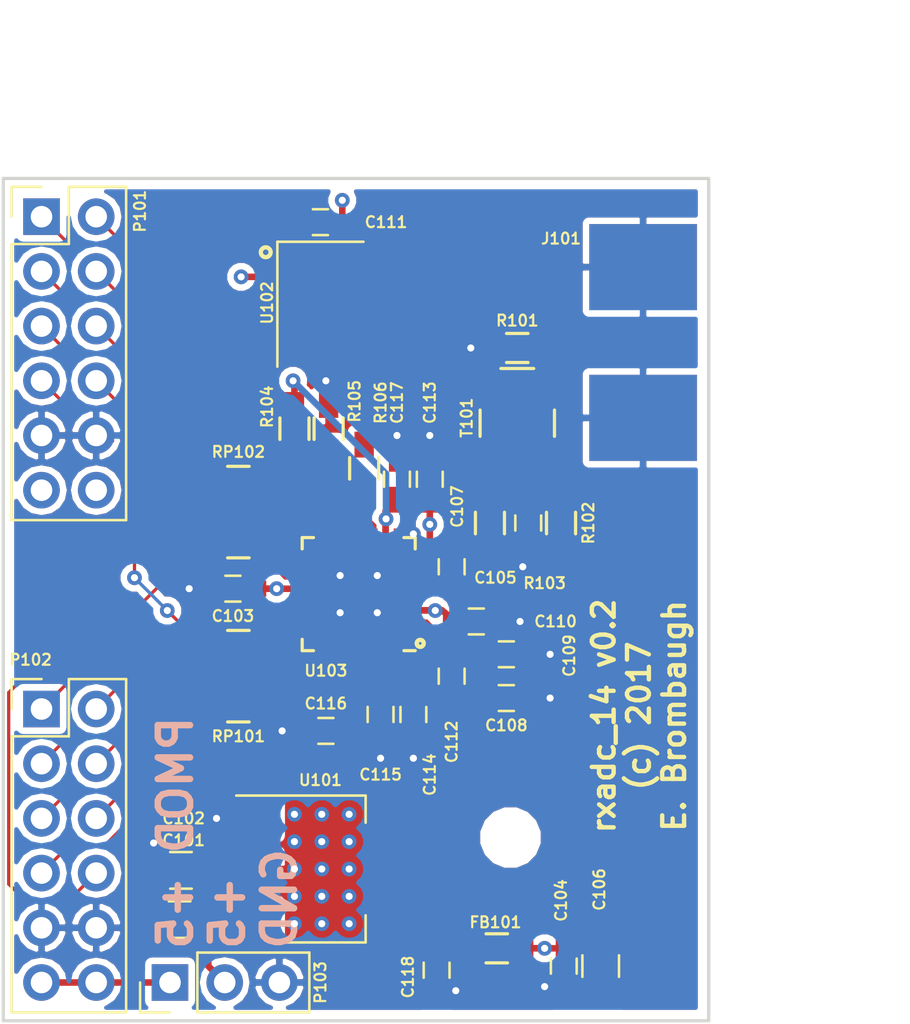
<source format=kicad_pcb>
(kicad_pcb (version 4) (host pcbnew no-vcs-found-product)
  (layers (0 F.Cu signal) (1 In1.Cu signal hide) (2 In2.Cu signal hide) (31 B.Cu signal hide) (34 B.Paste user) (35 F.Paste user) (36 B.SilkS user) (37 F.SilkS user) (38 B.Mask user) (39 F.Mask user) (44 Edge.Cuts user))
  (net 0 "")
  (net 1 +5V)
  (net 2 GND)
  (net 3 +3V3)
  (net 4 +3.3VADC)
  (net 5 "Net-(C105-Pad2)")
  (net 6 "Net-(C107-Pad1)")
  (net 7 "Net-(C107-Pad2)")
  (net 8 "Net-(C108-Pad2)")
  (net 9 "Net-(C109-Pad2)")
  (net 10 "Net-(C115-Pad2)")
  (net 11 "Net-(J101-Pad1)")
  (net 12 "Net-(P101-Pad1)")
  (net 13 "Net-(P101-Pad2)")
  (net 14 "Net-(P101-Pad3)")
  (net 15 "Net-(P101-Pad4)")
  (net 16 "Net-(P101-Pad5)")
  (net 17 "Net-(P101-Pad6)")
  (net 18 "Net-(P101-Pad7)")
  (net 19 "Net-(P101-Pad8)")
  (net 20 "Net-(P102-Pad1)")
  (net 21 "Net-(P102-Pad2)")
  (net 22 "Net-(P102-Pad3)")
  (net 23 "Net-(P102-Pad4)")
  (net 24 "Net-(P102-Pad5)")
  (net 25 "Net-(P102-Pad6)")
  (net 26 "Net-(P102-Pad7)")
  (net 27 "Net-(P102-Pad8)")
  (net 28 "Net-(R102-Pad1)")
  (net 29 "Net-(R103-Pad1)")
  (net 30 "Net-(R104-Pad2)")
  (net 31 "Net-(R106-Pad1)")
  (net 32 "Net-(R106-Pad2)")
  (net 33 "Net-(RP101-Pad1)")
  (net 34 "Net-(RP101-Pad8)")
  (net 35 "Net-(RP101-Pad2)")
  (net 36 "Net-(RP101-Pad3)")
  (net 37 "Net-(RP101-Pad4)")
  (net 38 "Net-(RP101-Pad5)")
  (net 39 "Net-(RP101-Pad6)")
  (net 40 "Net-(RP101-Pad7)")
  (net 41 "Net-(RP102-Pad1)")
  (net 42 "Net-(RP102-Pad8)")
  (net 43 "Net-(RP102-Pad2)")
  (net 44 "Net-(RP102-Pad3)")
  (net 45 "Net-(RP102-Pad4)")
  (net 46 "Net-(RP102-Pad5)")
  (net 47 "Net-(RP102-Pad6)")
  (net 48 "Net-(RP102-Pad7)")
  (net 49 "Net-(P101-Pad11)")
  (net 50 "Net-(P101-Pad12)")
  (net 51 "Net-(P102-Pad11)")
  (module footprints:stitch_via (layer F.Cu) (at 145.6055 116.6495)
    (fp_text reference REF**11135 hide)
    (fp_text value stitch_via hide)
    (pad 1 thru_hole circle (at 0 0) (size 0.6858 0.6858) (drill 0.3302) (layers *.Cu) (net 3 +3V3))
  )
  (module footprints:stitch_via (layer F.Cu) (at 144.3355 116.6495)
    (fp_text reference REF**11125 hide)
    (fp_text value stitch_via hide)
    (pad 1 thru_hole circle (at 0 0) (size 0.6858 0.6858) (drill 0.3302) (layers *.Cu) (net 3 +3V3))
  )
  (module footprints:stitch_via (layer F.Cu) (at 143.0655 116.6495)
    (fp_text reference REF**11115 hide)
    (fp_text value stitch_via hide)
    (pad 1 thru_hole circle (at 0 0) (size 0.6858 0.6858) (drill 0.3302) (layers *.Cu) (net 3 +3V3))
  )
  (module footprints:stitch_via (layer F.Cu) (at 145.6055 115.3795)
    (fp_text reference REF**11134 hide)
    (fp_text value stitch_via hide)
    (pad 1 thru_hole circle (at 0 0) (size 0.6858 0.6858) (drill 0.3302) (layers *.Cu) (net 3 +3V3))
  )
  (module footprints:stitch_via (layer F.Cu) (at 144.3355 115.3795)
    (fp_text reference REF**11124 hide)
    (fp_text value stitch_via hide)
    (pad 1 thru_hole circle (at 0 0) (size 0.6858 0.6858) (drill 0.3302) (layers *.Cu) (net 3 +3V3))
  )
  (module footprints:stitch_via (layer F.Cu) (at 143.0655 115.3795)
    (fp_text reference REF**11114 hide)
    (fp_text value stitch_via hide)
    (pad 1 thru_hole circle (at 0 0) (size 0.6858 0.6858) (drill 0.3302) (layers *.Cu) (net 3 +3V3))
  )
  (module footprints:stitch_via (layer F.Cu) (at 145.6055 114.1095)
    (fp_text reference REF**11133 hide)
    (fp_text value stitch_via hide)
    (pad 1 thru_hole circle (at 0 0) (size 0.6858 0.6858) (drill 0.3302) (layers *.Cu) (net 3 +3V3))
  )
  (module footprints:stitch_via (layer F.Cu) (at 144.3355 114.1095)
    (fp_text reference REF**11123 hide)
    (fp_text value stitch_via hide)
    (pad 1 thru_hole circle (at 0 0) (size 0.6858 0.6858) (drill 0.3302) (layers *.Cu) (net 3 +3V3))
  )
  (module footprints:stitch_via (layer F.Cu) (at 143.0655 114.1095)
    (fp_text reference REF**11113 hide)
    (fp_text value stitch_via hide)
    (pad 1 thru_hole circle (at 0 0) (size 0.6858 0.6858) (drill 0.3302) (layers *.Cu) (net 3 +3V3))
  )
  (module footprints:stitch_via (layer F.Cu) (at 145.6055 112.8395)
    (fp_text reference REF**11132 hide)
    (fp_text value stitch_via hide)
    (pad 1 thru_hole circle (at 0 0) (size 0.6858 0.6858) (drill 0.3302) (layers *.Cu) (net 3 +3V3))
  )
  (module footprints:stitch_via (layer F.Cu) (at 144.3355 112.8395)
    (fp_text reference REF**11122 hide)
    (fp_text value stitch_via hide)
    (pad 1 thru_hole circle (at 0 0) (size 0.6858 0.6858) (drill 0.3302) (layers *.Cu) (net 3 +3V3))
  )
  (module footprints:stitch_via (layer F.Cu) (at 143.0655 112.8395)
    (fp_text reference REF**11112 hide)
    (fp_text value stitch_via hide)
    (pad 1 thru_hole circle (at 0 0) (size 0.6858 0.6858) (drill 0.3302) (layers *.Cu) (net 3 +3V3))
  )
  (module footprints:stitch_via (layer F.Cu) (at 145.6055 111.5695)
    (fp_text reference REF**11131 hide)
    (fp_text value stitch_via hide)
    (pad 1 thru_hole circle (at 0 0) (size 0.6858 0.6858) (drill 0.3302) (layers *.Cu) (net 3 +3V3))
  )
  (module footprints:stitch_via (layer F.Cu) (at 144.3355 111.5695)
    (fp_text reference REF**11121 hide)
    (fp_text value stitch_via hide)
    (pad 1 thru_hole circle (at 0 0) (size 0.6858 0.6858) (drill 0.3302) (layers *.Cu) (net 3 +3V3))
  )
  (module Capacitors_SMD:C_0805_HandSoldering (layer F.Cu) (at 137.7315 116.459 180)
    (fp_text reference C101 (at -0.1905 3.683 180) (layer F.SilkS) (effects (font (size 0.508 0.508) (thickness 0.1016))))
    (fp_text value 10uf)
    (pad 1 smd rect (at -1.25 0 180) (size 1.5 1.25) (layers F.Cu F.Paste F.Mask) (net 1 +5V))
    (pad 2 smd rect (at 1.25 0 180) (size 1.5 1.25) (layers F.Cu F.Paste F.Mask) (net 2 GND))
  )
  (module Capacitors_SMD:C_0805_HandSoldering (layer F.Cu) (at 137.795 114.173 180)
    (fp_text reference C102 (at -0.127 2.413 180) (layer F.SilkS) (effects (font (size 0.508 0.508) (thickness 0.1016))))
    (fp_text value 10uf)
    (pad 1 smd rect (at -1.25 0 180) (size 1.5 1.25) (layers F.Cu F.Paste F.Mask) (net 3 +3V3))
    (pad 2 smd rect (at 1.25 0 180) (size 1.5 1.25) (layers F.Cu F.Paste F.Mask) (net 2 GND))
  )
  (module Capacitors_SMD:C_0603_HandSoldering (layer F.Cu) (at 140.208 101.092 180)
    (fp_text reference C103 (at 0 -1.27 180) (layer F.SilkS) (effects (font (size 0.508 0.508) (thickness 0.1016))))
    (fp_text value 0.1uf)
    (pad 1 smd rect (at -0.95 0 180) (size 1.2 0.75) (layers F.Cu F.Paste F.Mask) (net 3 +3V3))
    (pad 2 smd rect (at 0.95 0 180) (size 1.2 0.75) (layers F.Cu F.Paste F.Mask) (net 2 GND))
  )
  (module Capacitors_SMD:C_0603_HandSoldering (layer F.Cu) (at 155.575 118.618 270)
    (fp_text reference C104 (at -3.048 0.127 270) (layer F.SilkS) (effects (font (size 0.508 0.508) (thickness 0.1016))))
    (fp_text value 0.1uf)
    (pad 1 smd rect (at -0.95 0 270) (size 1.2 0.75) (layers F.Cu F.Paste F.Mask) (net 4 +3.3VADC))
    (pad 2 smd rect (at 0.95 0 270) (size 1.2 0.75) (layers F.Cu F.Paste F.Mask) (net 2 GND))
  )
  (module Capacitors_SMD:C_0603_HandSoldering (layer F.Cu) (at 153.924 98.044 90)
    (fp_text reference C105 (at -2.54 -1.524 360) (layer F.SilkS) (effects (font (size 0.508 0.508) (thickness 0.1016))))
    (fp_text value 0.1uf)
    (pad 1 smd rect (at -0.95 0 90) (size 1.2 0.75) (layers F.Cu F.Paste F.Mask) (net 2 GND))
    (pad 2 smd rect (at 0.95 0 90) (size 1.2 0.75) (layers F.Cu F.Paste F.Mask) (net 5 "Net-(C105-Pad2)"))
  )
  (module Capacitors_SMD:C_0805_HandSoldering (layer F.Cu) (at 157.2895 118.618 270)
    (fp_text reference C106 (at -3.556 0.0635 270) (layer F.SilkS) (effects (font (size 0.508 0.508) (thickness 0.1016))))
    (fp_text value 10uf)
    (pad 1 smd rect (at -1.25 0 270) (size 1.5 1.25) (layers F.Cu F.Paste F.Mask) (net 4 +3.3VADC))
    (pad 2 smd rect (at 1.25 0 270) (size 1.5 1.25) (layers F.Cu F.Paste F.Mask) (net 2 GND))
  )
  (module Capacitors_SMD:C_0603_HandSoldering (layer F.Cu) (at 150.368 100.076 90)
    (fp_text reference C107 (at 2.794 0.254 90) (layer F.SilkS) (effects (font (size 0.508 0.508) (thickness 0.1016))))
    (fp_text value 18pf)
    (pad 1 smd rect (at -0.95 0 90) (size 1.2 0.75) (layers F.Cu F.Paste F.Mask) (net 6 "Net-(C107-Pad1)"))
    (pad 2 smd rect (at 0.95 0 90) (size 1.2 0.75) (layers F.Cu F.Paste F.Mask) (net 7 "Net-(C107-Pad2)"))
  )
  (module Capacitors_SMD:C_0603_HandSoldering (layer F.Cu) (at 152.908 106.172 180)
    (fp_text reference C108 (at 0 -1.27 180) (layer F.SilkS) (effects (font (size 0.508 0.508) (thickness 0.1016))))
    (fp_text value 0.1uf)
    (pad 1 smd rect (at -0.95 0 180) (size 1.2 0.75) (layers F.Cu F.Paste F.Mask) (net 2 GND))
    (pad 2 smd rect (at 0.95 0 180) (size 1.2 0.75) (layers F.Cu F.Paste F.Mask) (net 8 "Net-(C108-Pad2)"))
  )
  (module Capacitors_SMD:C_0603_HandSoldering (layer F.Cu) (at 152.908 104.14 180)
    (fp_text reference C109 (at -2.921 -0.0635 270) (layer F.SilkS) (effects (font (size 0.508 0.508) (thickness 0.1016))))
    (fp_text value 0.1uf)
    (pad 1 smd rect (at -0.95 0 180) (size 1.2 0.75) (layers F.Cu F.Paste F.Mask) (net 2 GND))
    (pad 2 smd rect (at 0.95 0 180) (size 1.2 0.75) (layers F.Cu F.Paste F.Mask) (net 9 "Net-(C109-Pad2)"))
  )
  (module Capacitors_SMD:C_0603_HandSoldering (layer F.Cu) (at 151.511 102.616)
    (fp_text reference C110 (at 3.683 0) (layer F.SilkS) (effects (font (size 0.508 0.508) (thickness 0.1016))))
    (fp_text value 0.1uf)
    (pad 1 smd rect (at -0.95 0) (size 1.2 0.75) (layers F.Cu F.Paste F.Mask) (net 4 +3.3VADC))
    (pad 2 smd rect (at 0.95 0) (size 1.2 0.75) (layers F.Cu F.Paste F.Mask) (net 2 GND))
  )
  (module Capacitors_SMD:C_0603_HandSoldering (layer F.Cu) (at 144.272 84.074 180)
    (fp_text reference C111 (at -3.048 0 180) (layer F.SilkS) (effects (font (size 0.508 0.508) (thickness 0.1016))))
    (fp_text value 0.1uf)
    (pad 1 smd rect (at -0.95 0 180) (size 1.2 0.75) (layers F.Cu F.Paste F.Mask) (net 3 +3V3))
    (pad 2 smd rect (at 0.95 0 180) (size 1.2 0.75) (layers F.Cu F.Paste F.Mask) (net 2 GND))
  )
  (module Capacitors_SMD:C_0603_HandSoldering (layer F.Cu) (at 150.368 105.156 90)
    (fp_text reference C112 (at -3.048 0 90) (layer F.SilkS) (effects (font (size 0.508 0.508) (thickness 0.1016))))
    (fp_text value 1uf)
    (pad 1 smd rect (at -0.95 0 90) (size 1.2 0.75) (layers F.Cu F.Paste F.Mask) (net 8 "Net-(C108-Pad2)"))
    (pad 2 smd rect (at 0.95 0 90) (size 1.2 0.75) (layers F.Cu F.Paste F.Mask) (net 9 "Net-(C109-Pad2)"))
  )
  (module Capacitors_SMD:C_0603_HandSoldering (layer F.Cu) (at 149.352 96.012 90)
    (fp_text reference C113 (at 3.556 0 90) (layer F.SilkS) (effects (font (size 0.508 0.508) (thickness 0.1016))))
    (fp_text value 0.1uf)
    (pad 1 smd rect (at -0.95 0 90) (size 1.2 0.75) (layers F.Cu F.Paste F.Mask) (net 4 +3.3VADC))
    (pad 2 smd rect (at 0.95 0 90) (size 1.2 0.75) (layers F.Cu F.Paste F.Mask) (net 2 GND))
  )
  (module Capacitors_SMD:C_0603_HandSoldering (layer F.Cu) (at 148.59 106.934 90)
    (fp_text reference C114 (at -2.794 0.762 90) (layer F.SilkS) (effects (font (size 0.508 0.508) (thickness 0.1016))))
    (fp_text value 0.1uf)
    (pad 1 smd rect (at -0.95 0 90) (size 1.2 0.75) (layers F.Cu F.Paste F.Mask) (net 2 GND))
    (pad 2 smd rect (at 0.95 0 90) (size 1.2 0.75) (layers F.Cu F.Paste F.Mask) (net 5 "Net-(C105-Pad2)"))
  )
  (module Capacitors_SMD:C_0603_HandSoldering (layer F.Cu) (at 147.066 106.934 90)
    (fp_text reference C115 (at -2.794 0 180) (layer F.SilkS) (effects (font (size 0.508 0.508) (thickness 0.1016))))
    (fp_text value 0.1uf)
    (pad 1 smd rect (at -0.95 0 90) (size 1.2 0.75) (layers F.Cu F.Paste F.Mask) (net 2 GND))
    (pad 2 smd rect (at 0.95 0 90) (size 1.2 0.75) (layers F.Cu F.Paste F.Mask) (net 10 "Net-(C115-Pad2)"))
  )
  (module Capacitors_SMD:C_0603_HandSoldering (layer F.Cu) (at 144.526 107.696)
    (fp_text reference C116 (at 0 -1.27) (layer F.SilkS) (effects (font (size 0.508 0.508) (thickness 0.1016))))
    (fp_text value 1uf)
    (pad 1 smd rect (at -0.95 0) (size 1.2 0.75) (layers F.Cu F.Paste F.Mask) (net 2 GND))
    (pad 2 smd rect (at 0.95 0) (size 1.2 0.75) (layers F.Cu F.Paste F.Mask) (net 10 "Net-(C115-Pad2)"))
  )
  (module Capacitors_SMD:C_0603_HandSoldering (layer F.Cu) (at 147.828 96.012 90)
    (fp_text reference C117 (at 3.556 0 90) (layer F.SilkS) (effects (font (size 0.508 0.508) (thickness 0.1016))))
    (fp_text value 0.1uf)
    (pad 1 smd rect (at -0.95 0 90) (size 1.2 0.75) (layers F.Cu F.Paste F.Mask) (net 4 +3.3VADC))
    (pad 2 smd rect (at 0.95 0 90) (size 1.2 0.75) (layers F.Cu F.Paste F.Mask) (net 2 GND))
  )
  (module Capacitors_SMD:C_0603_HandSoldering (layer F.Cu) (at 149.6695 118.8085 90)
    (fp_text reference C118 (at -0.3175 -1.3335 90) (layer F.SilkS) (effects (font (size 0.508 0.508) (thickness 0.1016))))
    (fp_text value 0.1uf)
    (pad 1 smd rect (at -0.95 0 90) (size 1.2 0.75) (layers F.Cu F.Paste F.Mask) (net 2 GND))
    (pad 2 smd rect (at 0.95 0 90) (size 1.2 0.75) (layers F.Cu F.Paste F.Mask) (net 3 +3V3))
  )
  (module Resistors_SMD:R_0603_HandSoldering (layer F.Cu) (at 152.4635 117.7925)
    (fp_text reference FB101 (at -0.0635 -1.2065) (layer F.SilkS) (effects (font (size 0.508 0.508) (thickness 0.1016))))
    (fp_text value FILTER)
    (pad 1 smd rect (at -1.1 0) (size 1.2 0.9) (layers F.Cu F.Paste F.Mask) (net 3 +3V3))
    (pad 2 smd rect (at 1.1 0) (size 1.2 0.9) (layers F.Cu F.Paste F.Mask) (net 4 +3.3VADC))
  )
  (module Pin_Headers:Pin_Header_Straight_2x06_Pitch2.54mm (layer F.Cu) (at 131.318 83.82)
    (fp_text reference P101 (at 4.572 -0.254 90) (layer F.SilkS) (effects (font (size 0.508 0.508) (thickness 0.1016))))
    (fp_text value CONN_02X06)
    (pad 1 thru_hole rect (at 0 0) (size 1.7 1.7) (drill 1) (layers *.Cu *.Mask) (net 12 "Net-(P101-Pad1)"))
    (pad 2 thru_hole oval (at 2.54 0) (size 1.7 1.7) (drill 1) (layers *.Cu *.Mask) (net 13 "Net-(P101-Pad2)"))
    (pad 3 thru_hole oval (at 0 2.54) (size 1.7 1.7) (drill 1) (layers *.Cu *.Mask) (net 14 "Net-(P101-Pad3)"))
    (pad 4 thru_hole oval (at 2.54 2.54) (size 1.7 1.7) (drill 1) (layers *.Cu *.Mask) (net 15 "Net-(P101-Pad4)"))
    (pad 5 thru_hole oval (at 0 5.08) (size 1.7 1.7) (drill 1) (layers *.Cu *.Mask) (net 16 "Net-(P101-Pad5)"))
    (pad 6 thru_hole oval (at 2.54 5.08) (size 1.7 1.7) (drill 1) (layers *.Cu *.Mask) (net 17 "Net-(P101-Pad6)"))
    (pad 7 thru_hole oval (at 0 7.62) (size 1.7 1.7) (drill 1) (layers *.Cu *.Mask) (net 18 "Net-(P101-Pad7)"))
    (pad 8 thru_hole oval (at 2.54 7.62) (size 1.7 1.7) (drill 1) (layers *.Cu *.Mask) (net 19 "Net-(P101-Pad8)"))
    (pad 9 thru_hole oval (at 0 10.16) (size 1.7 1.7) (drill 1) (layers *.Cu *.Mask) (net 2 GND))
    (pad 10 thru_hole oval (at 2.54 10.16) (size 1.7 1.7) (drill 1) (layers *.Cu *.Mask) (net 2 GND))
    (pad 11 thru_hole oval (at 0 12.7) (size 1.7 1.7) (drill 1) (layers *.Cu *.Mask) (net 49 "Net-(P101-Pad11)"))
    (pad 12 thru_hole oval (at 2.54 12.7) (size 1.7 1.7) (drill 1) (layers *.Cu *.Mask) (net 50 "Net-(P101-Pad12)"))
  )
  (module Pin_Headers:Pin_Header_Straight_2x06_Pitch2.54mm (layer F.Cu) (at 131.318 106.68)
    (fp_text reference P102 (at -0.508 -2.286) (layer F.SilkS) (effects (font (size 0.508 0.508) (thickness 0.1016))))
    (fp_text value CONN_02X06)
    (pad 1 thru_hole rect (at 0 0) (size 1.7 1.7) (drill 1) (layers *.Cu *.Mask) (net 20 "Net-(P102-Pad1)"))
    (pad 2 thru_hole oval (at 2.54 0) (size 1.7 1.7) (drill 1) (layers *.Cu *.Mask) (net 21 "Net-(P102-Pad2)"))
    (pad 3 thru_hole oval (at 0 2.54) (size 1.7 1.7) (drill 1) (layers *.Cu *.Mask) (net 22 "Net-(P102-Pad3)"))
    (pad 4 thru_hole oval (at 2.54 2.54) (size 1.7 1.7) (drill 1) (layers *.Cu *.Mask) (net 23 "Net-(P102-Pad4)"))
    (pad 5 thru_hole oval (at 0 5.08) (size 1.7 1.7) (drill 1) (layers *.Cu *.Mask) (net 24 "Net-(P102-Pad5)"))
    (pad 6 thru_hole oval (at 2.54 5.08) (size 1.7 1.7) (drill 1) (layers *.Cu *.Mask) (net 25 "Net-(P102-Pad6)"))
    (pad 7 thru_hole oval (at 0 7.62) (size 1.7 1.7) (drill 1) (layers *.Cu *.Mask) (net 26 "Net-(P102-Pad7)"))
    (pad 8 thru_hole oval (at 2.54 7.62) (size 1.7 1.7) (drill 1) (layers *.Cu *.Mask) (net 27 "Net-(P102-Pad8)"))
    (pad 9 thru_hole oval (at 0 10.16) (size 1.7 1.7) (drill 1) (layers *.Cu *.Mask) (net 2 GND))
    (pad 10 thru_hole oval (at 2.54 10.16) (size 1.7 1.7) (drill 1) (layers *.Cu *.Mask) (net 2 GND))
    (pad 11 thru_hole oval (at 0 12.7) (size 1.7 1.7) (drill 1) (layers *.Cu *.Mask) (net 51 "Net-(P102-Pad11)"))
    (pad 12 thru_hole oval (at 2.54 12.7) (size 1.7 1.7) (drill 1) (layers *.Cu *.Mask) (net 51 "Net-(P102-Pad11)"))
  )
  (module Resistors_SMD:R_0603_HandSoldering (layer F.Cu) (at 153.416 89.916)
    (fp_text reference R101 (at 0 -1.27) (layer F.SilkS) (effects (font (size 0.508 0.508) (thickness 0.1016))))
    (fp_text value 50)
    (pad 1 smd rect (at -1.1 0) (size 1.2 0.9) (layers F.Cu F.Paste F.Mask) (net 2 GND))
    (pad 2 smd rect (at 1.1 0) (size 1.2 0.9) (layers F.Cu F.Paste F.Mask) (net 11 "Net-(J101-Pad1)"))
  )
  (module Resistors_SMD:R_0603_HandSoldering (layer F.Cu) (at 155.448 98.044 270)
    (fp_text reference R102 (at 0 -1.27 270) (layer F.SilkS) (effects (font (size 0.508 0.508) (thickness 0.1016))))
    (fp_text value 20)
    (pad 1 smd rect (at -1.1 0 270) (size 1.2 0.9) (layers F.Cu F.Paste F.Mask) (net 28 "Net-(R102-Pad1)"))
    (pad 2 smd rect (at 1.1 0 270) (size 1.2 0.9) (layers F.Cu F.Paste F.Mask) (net 6 "Net-(C107-Pad1)"))
  )
  (module Resistors_SMD:R_0603_HandSoldering (layer F.Cu) (at 152.146 98.044 270)
    (fp_text reference R103 (at 2.794 -2.54 360) (layer F.SilkS) (effects (font (size 0.508 0.508) (thickness 0.1016))))
    (fp_text value 20)
    (pad 1 smd rect (at -1.1 0 270) (size 1.2 0.9) (layers F.Cu F.Paste F.Mask) (net 29 "Net-(R103-Pad1)"))
    (pad 2 smd rect (at 1.1 0 270) (size 1.2 0.9) (layers F.Cu F.Paste F.Mask) (net 7 "Net-(C107-Pad2)"))
  )
  (module Resistors_SMD:R_0603_HandSoldering (layer F.Cu) (at 143.0655 93.6625 270)
    (fp_text reference R104 (at -1.016 1.27 270) (layer F.SilkS) (effects (font (size 0.508 0.508) (thickness 0.1016))))
    (fp_text value 4k7)
    (pad 1 smd rect (at -1.1 0 270) (size 1.2 0.9) (layers F.Cu F.Paste F.Mask) (net 4 +3.3VADC))
    (pad 2 smd rect (at 1.1 0 270) (size 1.2 0.9) (layers F.Cu F.Paste F.Mask) (net 30 "Net-(R104-Pad2)"))
  )
  (module Resistors_SMD:R_0603_HandSoldering (layer F.Cu) (at 144.653 93.6625 90)
    (fp_text reference R105 (at 1.27 1.2065 90) (layer F.SilkS) (effects (font (size 0.508 0.508) (thickness 0.1016))))
    (fp_text value 10k)
    (pad 1 smd rect (at -1.1 0 90) (size 1.2 0.9) (layers F.Cu F.Paste F.Mask) (net 30 "Net-(R104-Pad2)"))
    (pad 2 smd rect (at 1.1 0 90) (size 1.2 0.9) (layers F.Cu F.Paste F.Mask) (net 2 GND))
  )
  (module Resistors_SMD:R_0603_HandSoldering (layer F.Cu) (at 146.304 95.504 90)
    (fp_text reference R106 (at 3.048 0.762 90) (layer F.SilkS) (effects (font (size 0.508 0.508) (thickness 0.1016))))
    (fp_text value 50)
    (pad 1 smd rect (at -1.1 0 90) (size 1.2 0.9) (layers F.Cu F.Paste F.Mask) (net 31 "Net-(R106-Pad1)"))
    (pad 2 smd rect (at 1.1 0 90) (size 1.2 0.9) (layers F.Cu F.Paste F.Mask) (net 32 "Net-(R106-Pad2)"))
  )
  (module SOT-223 (layer F.Cu) (at 144.4625 114.1095)
    (fp_text reference U101 (at -0.1905 -4.1275) (layer F.SilkS) (effects (font (size 0.508 0.508) (thickness 0.1016))))
    (fp_text value LD1117S33CTR)
    (pad 4 smd rect (at 3.15 0) (size 2 3.8) (layers F.Cu F.Paste F.Mask) (net 3 +3V3))
    (pad 2 smd rect (at -3.15 0) (size 2 1.5) (layers F.Cu F.Paste F.Mask) (net 3 +3V3))
    (pad 3 smd rect (at -3.15 2.3) (size 2 1.5) (layers F.Cu F.Paste F.Mask) (net 1 +5V))
    (pad 1 smd rect (at -3.15 -2.3) (size 2 1.5) (layers F.Cu F.Paste F.Mask) (net 2 GND))
  )
  (module Pin_Headers:Pin_Header_Straight_1x03_Pitch2.54mm (layer F.Cu) (at 137.287 119.38 90)
    (fp_text reference P103 (at 0 6.985 90) (layer F.SilkS) (effects (font (size 0.508 0.508) (thickness 0.1016))))
    (fp_text value CONN_01X03)
    (pad 1 thru_hole rect (at 0 0 90) (size 1.7 1.7) (drill 1) (layers *.Cu *.Mask) (net 51 "Net-(P102-Pad11)"))
    (pad 2 thru_hole oval (at 0 2.54 90) (size 1.7 1.7) (drill 1) (layers *.Cu *.Mask) (net 1 +5V))
    (pad 3 thru_hole oval (at 0 5.08 90) (size 1.7 1.7) (drill 1) (layers *.Cu *.Mask) (net 2 GND))
  )
  (module footprints:stitch_via (layer F.Cu) (at 143.0655 111.5695)
    (fp_text reference REF**11111 hide)
    (fp_text value stitch_via hide)
    (pad 1 thru_hole circle (at 0 0) (size 0.6858 0.6858) (drill 0.3302) (layers *.Cu) (net 3 +3V3))
  )
  (module Mounting_Holes:MountingHole_2.2mm_M2 (layer F.Cu) (at 153.0985 112.649)
    (fp_text reference REF** hide)
    (fp_text value MountingHole_2.2mm_M2)
    (pad 1 np_thru_hole circle (at 0 0) (size 2.2 2.2) (drill 2.2) (layers *.Cu *.Mask))
  )
  (module footprints:Pulse_SMD_Balun (layer F.Cu) (at 153.416 93.4085)
    (fp_text reference T101 (at -2.3495 -0.254 90) (layer F.SilkS) (effects (font (size 0.508 0.508) (thickness 0.1016))))
    (fp_text value TRANSFO4)
    (pad 5 smd rect (at -1.27 -1.5875) (size 0.762 1.651) (layers F.Cu F.Paste F.Mask) (net 2 GND))
    (pad 4 smd rect (at 1.27 -1.5875) (size 0.762 1.651) (layers F.Cu F.Paste F.Mask) (net 11 "Net-(J101-Pad1)"))
    (pad 1 smd rect (at -1.27 1.5875) (size 0.762 1.651) (layers F.Cu F.Paste F.Mask) (net 29 "Net-(R103-Pad1)"))
    (pad 3 smd rect (at 1.27 1.5875) (size 0.762 1.651) (layers F.Cu F.Paste F.Mask) (net 28 "Net-(R102-Pad1)"))
    (pad 2 smd rect (at 0 1.5875) (size 0.762 1.651) (layers F.Cu F.Paste F.Mask) (net 5 "Net-(C105-Pad2)"))
  )
  (module footprints:R_Array_EXB2HV (layer F.Cu) (at 140.462 105.156 180)
    (fp_text reference RP101 (at 0 -2.794 180) (layer F.SilkS) (effects (font (size 0.508 0.508) (thickness 0.1016))))
    (fp_text value 100)
    (pad 1 smd rect (at -0.65 -1.75 180) (size 0.5 0.33) (layers F.Cu F.Paste F.Mask) (net 33 "Net-(RP101-Pad1)"))
    (pad 16 smd rect (at 0.65 -1.75 180) (size 0.5 0.33) (layers F.Cu F.Paste F.Mask) (net 26 "Net-(P102-Pad7)"))
    (pad 8 smd rect (at -0.65 1.75 180) (size 0.5 0.33) (layers F.Cu F.Paste F.Mask) (net 34 "Net-(RP101-Pad8)"))
    (pad 9 smd rect (at 0.65 1.75 180) (size 0.5 0.33) (layers F.Cu F.Paste F.Mask) (net 18 "Net-(P101-Pad7)"))
    (pad 2 smd rect (at -0.65 -1.25 180) (size 0.5 0.33) (layers F.Cu F.Paste F.Mask) (net 35 "Net-(RP101-Pad2)"))
    (pad 3 smd rect (at -0.65 -0.75 180) (size 0.5 0.33) (layers F.Cu F.Paste F.Mask) (net 36 "Net-(RP101-Pad3)"))
    (pad 4 smd rect (at -0.65 -0.25 180) (size 0.5 0.33) (layers F.Cu F.Paste F.Mask) (net 37 "Net-(RP101-Pad4)"))
    (pad 5 smd rect (at -0.65 0.25 180) (size 0.5 0.33) (layers F.Cu F.Paste F.Mask) (net 38 "Net-(RP101-Pad5)"))
    (pad 6 smd rect (at -0.65 0.75 180) (size 0.5 0.33) (layers F.Cu F.Paste F.Mask) (net 39 "Net-(RP101-Pad6)"))
    (pad 7 smd rect (at -0.65 1.25 180) (size 0.5 0.33) (layers F.Cu F.Paste F.Mask) (net 40 "Net-(RP101-Pad7)"))
    (pad 15 smd rect (at 0.65 -1.25 180) (size 0.5 0.33) (layers F.Cu F.Paste F.Mask) (net 25 "Net-(P102-Pad6)"))
    (pad 14 smd rect (at 0.65 -0.75 180) (size 0.5 0.33) (layers F.Cu F.Paste F.Mask) (net 24 "Net-(P102-Pad5)"))
    (pad 13 smd rect (at 0.65 -0.25 180) (size 0.5 0.33) (layers F.Cu F.Paste F.Mask) (net 23 "Net-(P102-Pad4)"))
    (pad 11 smd rect (at 0.65 0.75 180) (size 0.5 0.33) (layers F.Cu F.Paste F.Mask) (net 21 "Net-(P102-Pad2)"))
    (pad 12 smd rect (at 0.65 0.25 180) (size 0.5 0.33) (layers F.Cu F.Paste F.Mask) (net 22 "Net-(P102-Pad3)"))
    (pad 10 smd rect (at 0.65 1.25 180) (size 0.5 0.33) (layers F.Cu F.Paste F.Mask) (net 20 "Net-(P102-Pad1)"))
  )
  (module footprints:R_Array_EXB2HV (layer F.Cu) (at 140.462 97.536 180)
    (fp_text reference RP102 (at 0 2.794 180) (layer F.SilkS) (effects (font (size 0.508 0.508) (thickness 0.1016))))
    (fp_text value 100)
    (pad 1 smd rect (at -0.65 -1.75 180) (size 0.5 0.33) (layers F.Cu F.Paste F.Mask) (net 41 "Net-(RP102-Pad1)"))
    (pad 16 smd rect (at 0.65 -1.75 180) (size 0.5 0.33) (layers F.Cu F.Paste F.Mask) (net 27 "Net-(P102-Pad8)"))
    (pad 8 smd rect (at -0.65 1.75 180) (size 0.5 0.33) (layers F.Cu F.Paste F.Mask) (net 42 "Net-(RP102-Pad8)"))
    (pad 9 smd rect (at 0.65 1.75 180) (size 0.5 0.33) (layers F.Cu F.Paste F.Mask) (net 13 "Net-(P101-Pad2)"))
    (pad 2 smd rect (at -0.65 -1.25 180) (size 0.5 0.33) (layers F.Cu F.Paste F.Mask) (net 43 "Net-(RP102-Pad2)"))
    (pad 3 smd rect (at -0.65 -0.75 180) (size 0.5 0.33) (layers F.Cu F.Paste F.Mask) (net 44 "Net-(RP102-Pad3)"))
    (pad 4 smd rect (at -0.65 -0.25 180) (size 0.5 0.33) (layers F.Cu F.Paste F.Mask) (net 45 "Net-(RP102-Pad4)"))
    (pad 5 smd rect (at -0.65 0.25 180) (size 0.5 0.33) (layers F.Cu F.Paste F.Mask) (net 46 "Net-(RP102-Pad5)"))
    (pad 6 smd rect (at -0.65 0.75 180) (size 0.5 0.33) (layers F.Cu F.Paste F.Mask) (net 47 "Net-(RP102-Pad6)"))
    (pad 7 smd rect (at -0.65 1.25 180) (size 0.5 0.33) (layers F.Cu F.Paste F.Mask) (net 48 "Net-(RP102-Pad7)"))
    (pad 15 smd rect (at 0.65 -1.25 180) (size 0.5 0.33) (layers F.Cu F.Paste F.Mask) (net 19 "Net-(P101-Pad8)"))
    (pad 14 smd rect (at 0.65 -0.75 180) (size 0.5 0.33) (layers F.Cu F.Paste F.Mask) (net 16 "Net-(P101-Pad5)"))
    (pad 13 smd rect (at 0.65 -0.25 180) (size 0.5 0.33) (layers F.Cu F.Paste F.Mask) (net 17 "Net-(P101-Pad6)"))
    (pad 11 smd rect (at 0.65 0.75 180) (size 0.5 0.33) (layers F.Cu F.Paste F.Mask) (net 15 "Net-(P101-Pad4)"))
    (pad 12 smd rect (at 0.65 0.25 180) (size 0.5 0.33) (layers F.Cu F.Paste F.Mask) (net 14 "Net-(P101-Pad3)"))
    (pad 10 smd rect (at 0.65 1.25 180) (size 0.5 0.33) (layers F.Cu F.Paste F.Mask) (net 12 "Net-(P101-Pad1)"))
  )
  (module footprints:Crystal_SMD_Abracon_ASFL1-4pin_5.0x3.2mm (layer F.Cu) (at 144.272 87.884 270)
    (fp_text reference U102 (at -0.0635 2.4765 270) (layer F.SilkS) (effects (font (size 0.508 0.508) (thickness 0.1016))))
    (fp_text value ASFL1-80.000MHZ-EC-T)
    (pad 1 smd rect (at -1.27 1.1 270) (size 1.7 1.5) (layers F.Cu F.Mask) (net 3 +3V3))
    (pad 2 smd rect (at 1.27 1.1 270) (size 1.7 1.5) (layers F.Cu F.Mask) (net 2 GND))
    (pad 3 smd rect (at 1.27 -1.1 270) (size 1.7 1.5) (layers F.Cu F.Mask) (net 32 "Net-(R106-Pad2)"))
    (pad 4 smd rect (at -1.27 -1.1 270) (size 1.7 1.5) (layers F.Cu F.Mask) (net 3 +3V3))
  )
  (module footprints:SMA_END (layer F.Cu) (at 159.258 89.662)
    (fp_text reference J101 (at -3.81 -4.826) (layer F.SilkS) (effects (font (size 0.508 0.508) (thickness 0.1016))))
    (fp_text value SMA)
    (pad 2 smd rect (at 0 3.5) (size 5 4) (layers F.Cu F.Paste F.Mask) (net 2 GND))
    (pad 2 smd rect (at 0 -3.5) (size 5 4) (layers F.Cu F.Paste F.Mask) (net 2 GND))
    (pad 2 smd rect (at 0 3.5) (size 5 4) (layers B.Cu B.Mask) (net 2 GND))
    (pad 2 smd rect (at 0 -3.5) (size 5 4) (layers B.Cu B.Mask) (net 2 GND))
    (pad 1 smd rect (at 0 0) (size 5 1.5) (layers F.Cu F.Paste F.Mask) (net 11 "Net-(J101-Pad1)"))
  )
  (module footprints:QFN-32-1EP_5x5mm_Pitch0.5mm_extended_pad (layer F.Cu) (at 146.05 101.346 180)
    (fp_text reference U103 (at 1.524 -3.556 180) (layer F.SilkS) (effects (font (size 0.508 0.508) (thickness 0.1016))))
    (fp_text value ADC14C105)
    (pad 1 smd rect (at -2.55 -1.75 180) (size 1 0.25) (layers F.Cu F.Paste F.Mask) (net 8 "Net-(C108-Pad2)"))
    (pad 2 smd rect (at -2.55 -1.25 180) (size 1 0.25) (layers F.Cu F.Paste F.Mask) (net 9 "Net-(C109-Pad2)"))
    (pad 3 smd rect (at -2.55 -0.75 180) (size 1 0.25) (layers F.Cu F.Paste F.Mask) (net 4 +3.3VADC))
    (pad 4 smd rect (at -2.55 -0.25 180) (size 1 0.25) (layers F.Cu F.Paste F.Mask) (net 2 GND))
    (pad 5 smd rect (at -2.55 0.25 180) (size 1 0.25) (layers F.Cu F.Paste F.Mask) (net 6 "Net-(C107-Pad1)"))
    (pad 6 smd rect (at -2.55 0.75 180) (size 1 0.25) (layers F.Cu F.Paste F.Mask) (net 7 "Net-(C107-Pad2)"))
    (pad 7 smd rect (at -2.55 1.25 180) (size 1 0.25) (layers F.Cu F.Paste F.Mask) (net 2 GND))
    (pad 8 smd rect (at -2.55 1.75 180) (size 1 0.25) (layers F.Cu F.Paste F.Mask) (net 4 +3.3VADC))
    (pad 9 smd rect (at -1.75 2.55 270) (size 1 0.25) (layers F.Cu F.Paste F.Mask) (net 2 GND))
    (pad 10 smd rect (at -1.25 2.55 270) (size 1 0.25) (layers F.Cu F.Paste F.Mask) (net 4 +3.3VADC))
    (pad 11 smd rect (at -0.75 2.55 270) (size 1 0.25) (layers F.Cu F.Paste F.Mask) (net 31 "Net-(R106-Pad1)"))
    (pad 12 smd rect (at -0.25 2.55 270) (size 1 0.25) (layers F.Cu F.Paste F.Mask) (net 30 "Net-(R104-Pad2)"))
    (pad 13 smd rect (at 0.25 2.55 270) (size 1 0.25) (layers F.Cu F.Paste F.Mask) (net 42 "Net-(RP102-Pad8)"))
    (pad 14 smd rect (at 0.75 2.55 270) (size 1 0.25) (layers F.Cu F.Paste F.Mask) (net 48 "Net-(RP102-Pad7)"))
    (pad 15 smd rect (at 1.25 2.55 270) (size 1 0.25) (layers F.Cu F.Paste F.Mask) (net 47 "Net-(RP102-Pad6)"))
    (pad 16 smd rect (at 1.75 2.55 270) (size 1 0.25) (layers F.Cu F.Paste F.Mask) (net 46 "Net-(RP102-Pad5)"))
    (pad 17 smd rect (at 2.55 1.75 180) (size 1 0.25) (layers F.Cu F.Paste F.Mask) (net 45 "Net-(RP102-Pad4)"))
    (pad 18 smd rect (at 2.55 1.25 180) (size 1 0.25) (layers F.Cu F.Paste F.Mask) (net 44 "Net-(RP102-Pad3)"))
    (pad 19 smd rect (at 2.55 0.75 180) (size 1 0.25) (layers F.Cu F.Paste F.Mask) (net 43 "Net-(RP102-Pad2)"))
    (pad 20 smd rect (at 2.55 0.25 180) (size 1 0.25) (layers F.Cu F.Paste F.Mask) (net 3 +3V3))
    (pad 21 smd rect (at 2.55 -0.25 180) (size 1 0.25) (layers F.Cu F.Paste F.Mask) (net 41 "Net-(RP102-Pad1)"))
    (pad 22 smd rect (at 2.55 -0.75 180) (size 1 0.25) (layers F.Cu F.Paste F.Mask) (net 2 GND))
    (pad 23 smd rect (at 2.55 -1.25 180) (size 1 0.25) (layers F.Cu F.Paste F.Mask) (net 34 "Net-(RP101-Pad8)"))
    (pad 24 smd rect (at 2.55 -1.75 180) (size 1 0.25) (layers F.Cu F.Paste F.Mask) (net 40 "Net-(RP101-Pad7)"))
    (pad 25 smd rect (at 1.75 -2.55 270) (size 1 0.25) (layers F.Cu F.Paste F.Mask) (net 39 "Net-(RP101-Pad6)"))
    (pad 26 smd rect (at 1.25 -2.55 270) (size 1 0.25) (layers F.Cu F.Paste F.Mask) (net 38 "Net-(RP101-Pad5)"))
    (pad 27 smd rect (at 0.75 -2.55 270) (size 1 0.25) (layers F.Cu F.Paste F.Mask) (net 37 "Net-(RP101-Pad4)"))
    (pad 28 smd rect (at 0.25 -2.55 270) (size 1 0.25) (layers F.Cu F.Paste F.Mask) (net 36 "Net-(RP101-Pad3)"))
    (pad 29 smd rect (at -0.25 -2.55 270) (size 1 0.25) (layers F.Cu F.Paste F.Mask) (net 35 "Net-(RP101-Pad2)"))
    (pad 30 smd rect (at -0.75 -2.55 270) (size 1 0.25) (layers F.Cu F.Paste F.Mask) (net 33 "Net-(RP101-Pad1)"))
    (pad 31 smd rect (at -1.25 -2.55 270) (size 1 0.25) (layers F.Cu F.Paste F.Mask) (net 10 "Net-(C115-Pad2)"))
    (pad 32 smd rect (at -1.75 -2.55 270) (size 1 0.25) (layers F.Cu F.Paste F.Mask) (net 5 "Net-(C105-Pad2)"))
    (pad 33 smd rect (at 0.8625 0.8625 180) (size 1.725 1.725) (layers F.Cu F.Paste F.Mask) (net 2 GND))
    (pad 33 smd rect (at 0.8625 -0.8625 180) (size 1.725 1.725) (layers F.Cu F.Paste F.Mask) (net 2 GND))
    (pad 33 smd rect (at -0.8625 0.8625 180) (size 1.725 1.725) (layers F.Cu F.Paste F.Mask) (net 2 GND))
    (pad 33 smd rect (at -0.8625 -0.8625 180) (size 1.725 1.725) (layers F.Cu F.Paste F.Mask) (net 2 GND))
  )
  (gr_circle (center 141.732 85.471) (end 141.9225 85.598) (layer F.SilkS) (width 0.2))
  (gr_text "PMOD +5\n+5\nGND" (at 139.954 117.983 90) (layer B.SilkS) (effects (font (size 1.5 1.5) (thickness 0.3)) (justify right mirror)))
  (gr_text "rxadc_14 v0.2\n(c) 2017\nE. Brombaugh" (at 159.0675 106.9975 90) (layer F.SilkS) (effects (font (size 1.016 1.016) (thickness 0.2032))))
  (gr_line (start 129.54 121.158) (end 129.54 82.042) (angle 90) (layer Edge.Cuts) (width 0.15))
  (gr_line (start 162.306 121.158) (end 129.54 121.158) (angle 90) (layer Edge.Cuts) (width 0.15))
  (gr_line (start 162.306 82.042) (end 162.306 121.158) (angle 90) (layer Edge.Cuts) (width 0.15))
  (gr_line (start 129.54 82.042) (end 162.306 82.042) (angle 90) (layer Edge.Cuts) (width 0.15))
  (segment (start 141.3125 116.4095) (end 139.031 116.4095) (width 0.3048) (layer F.Cu) (net 1))
  (segment (start 139.031 116.4095) (end 139.065 116.4435) (width 0.3048) (layer F.Cu) (net 1))
  (segment (start 139.065 116.4435) (end 139.065 118.618) (width 0.3048) (layer F.Cu) (net 1))
  (segment (start 139.065 118.618) (end 139.827 119.38) (width 0.3048) (layer F.Cu) (net 1))
  (segment (start 143.576 107.696) (end 142.494 107.696) (width 0.3048) (layer F.Cu) (net 2))
  (via (at 142.494 107.696) (size 0.6858) (drill 0.3302) (layers F.Cu B.Cu) (net 2))
  (segment (start 147.066 107.884) (end 147.066 108.966) (width 0.3048) (layer F.Cu) (net 2))
  (via (at 147.066 108.966) (size 0.6858) (drill 0.3302) (layers F.Cu B.Cu) (net 2))
  (segment (start 148.59 107.884) (end 148.59 108.966) (width 0.3048) (layer F.Cu) (net 2))
  (via (at 148.59 108.966) (size 0.6858) (drill 0.3302) (layers F.Cu B.Cu) (net 2))
  (segment (start 141.3125 111.8095) (end 139.7495 111.8095) (width 0.3048) (layer F.Cu) (net 2))
  (via (at 139.446 111.76) (size 0.6858) (drill 0.3302) (layers F.Cu B.Cu) (net 2))
  (segment (start 139.7 111.76) (end 139.446 111.76) (width 0.3048) (layer F.Cu) (net 2))
  (segment (start 139.7495 111.8095) (end 139.7 111.76) (width 0.3048) (layer F.Cu) (net 2))
  (segment (start 157.2895 119.868) (end 155.875 119.868) (width 0.3048) (layer F.Cu) (net 2))
  (segment (start 155.875 119.868) (end 155.575 119.568) (width 0.3048) (layer F.Cu) (net 2))
  (segment (start 155.575 119.568) (end 154.6885 119.568) (width 0.3048) (layer F.Cu) (net 2))
  (segment (start 154.6885 119.568) (end 154.686 119.5705) (width 0.3048) (layer F.Cu) (net 2))
  (via (at 154.686 119.5705) (size 0.6858) (drill 0.3302) (layers F.Cu B.Cu) (net 2))
  (segment (start 149.6695 119.7585) (end 150.556 119.7585) (width 0.3048) (layer F.Cu) (net 2))
  (via (at 150.5585 119.761) (size 0.6858) (drill 0.3302) (layers F.Cu B.Cu) (net 2))
  (segment (start 150.556 119.7585) (end 150.5585 119.761) (width 0.3048) (layer F.Cu) (net 2))
  (segment (start 136.545 114.173) (end 136.545 112.923) (width 0.3048) (layer F.Cu) (net 2))
  (via (at 136.525 112.903) (size 0.6858) (drill 0.3302) (layers F.Cu B.Cu) (net 2))
  (segment (start 136.545 112.923) (end 136.525 112.903) (width 0.3048) (layer F.Cu) (net 2))
  (segment (start 136.545 116.3955) (end 136.1005 116.84) (width 0.3048) (layer F.Cu) (net 2))
  (segment (start 136.1005 116.84) (end 133.858 116.84) (width 0.3048) (layer F.Cu) (net 2))
  (segment (start 152.146 91.8845) (end 152.146 90.086) (width 0.3048) (layer F.Cu) (net 2))
  (segment (start 152.146 90.086) (end 152.316 89.916) (width 0.3048) (layer F.Cu) (net 2))
  (segment (start 152.316 89.916) (end 151.257 89.916) (width 0.3048) (layer F.Cu) (net 2))
  (via (at 151.257 89.916) (size 0.6858) (drill 0.3302) (layers F.Cu B.Cu) (net 2))
  (segment (start 153.858 106.172) (end 154.94 106.172) (width 0.3048) (layer F.Cu) (net 2))
  (via (at 154.94 106.172) (size 0.6858) (drill 0.3302) (layers F.Cu B.Cu) (net 2))
  (segment (start 153.858 104.14) (end 154.94 104.14) (width 0.3048) (layer F.Cu) (net 2))
  (via (at 154.94 104.14) (size 0.6858) (drill 0.3302) (layers F.Cu B.Cu) (net 2))
  (segment (start 152.461 102.616) (end 153.797 102.616) (width 0.3048) (layer F.Cu) (net 2))
  (via (at 153.543 102.616) (size 0.6858) (drill 0.3302) (layers F.Cu B.Cu) (net 2))
  (segment (start 153.797 102.616) (end 153.543 102.616) (width 0.3048) (layer F.Cu) (net 2))
  (segment (start 153.924 98.994) (end 153.924 99.822) (width 0.3048) (layer F.Cu) (net 2))
  (via (at 153.67 100.076) (size 0.6858) (drill 0.3302) (layers F.Cu B.Cu) (net 2))
  (segment (start 153.924 99.822) (end 153.67 100.076) (width 0.3048) (layer F.Cu) (net 2))
  (via (at 146.9125 102.2085) (size 0.6858) (drill 0.3302) (layers F.Cu B.Cu) (net 2))
  (segment (start 147.525 101.596) (end 146.9125 102.2085) (width 0.3048) (layer F.Cu) (net 2))
  (segment (start 146.9125 102.2085) (end 146.812 102.108) (width 0.3048) (layer B.Cu) (net 2))
  (via (at 145.1875 102.2085) (size 0.6858) (drill 0.3302) (layers F.Cu B.Cu) (net 2))
  (segment (start 145.075 102.096) (end 145.1875 102.2085) (width 0.3048) (layer F.Cu) (net 2))
  (segment (start 145.1875 102.2085) (end 145.288 102.108) (width 0.3048) (layer B.Cu) (net 2))
  (via (at 146.9125 100.4835) (size 0.6858) (drill 0.3302) (layers F.Cu B.Cu) (net 2))
  (segment (start 146.9125 100.4835) (end 146.812 100.584) (width 0.3048) (layer B.Cu) (net 2))
  (via (at 145.1875 100.4835) (size 0.6858) (drill 0.3302) (layers F.Cu B.Cu) (net 2))
  (segment (start 145.1875 100.4835) (end 145.288 100.584) (width 0.3048) (layer B.Cu) (net 2))
  (segment (start 139.258 101.092) (end 138.176 101.092) (width 0.3048) (layer F.Cu) (net 2))
  (via (at 138.176 101.092) (size 0.6858) (drill 0.3302) (layers F.Cu B.Cu) (net 2))
  (segment (start 144.653 92.5625) (end 144.653 91.567) (width 0.3048) (layer F.Cu) (net 2))
  (via (at 144.526 91.44) (size 0.6858) (drill 0.3302) (layers F.Cu B.Cu) (net 2))
  (segment (start 144.653 91.567) (end 144.526 91.44) (width 0.3048) (layer F.Cu) (net 2))
  (segment (start 149.352 95.062) (end 149.352 93.98) (width 0.3048) (layer F.Cu) (net 2))
  (via (at 149.352 93.98) (size 0.6858) (drill 0.3302) (layers F.Cu B.Cu) (net 2))
  (segment (start 147.828 95.062) (end 147.828 93.98) (width 0.3048) (layer F.Cu) (net 2))
  (via (at 147.828 93.98) (size 0.6858) (drill 0.3302) (layers F.Cu B.Cu) (net 2))
  (segment (start 147.8 98.946) (end 148.196 98.946) (width 0.3048) (layer F.Cu) (net 2))
  (via (at 148.59 98.552) (size 0.6858) (drill 0.3302) (layers F.Cu B.Cu) (net 2))
  (segment (start 148.196 98.946) (end 148.59 98.552) (width 0.3048) (layer F.Cu) (net 2))
  (segment (start 143.65 102.096) (end 145.075 102.096) (width 0.3048) (layer F.Cu) (net 2))
  (segment (start 148.45 101.596) (end 147.525 101.596) (width 0.3048) (layer F.Cu) (net 2))
  (segment (start 148.45 100.096) (end 147.3 100.096) (width 0.3048) (layer F.Cu) (net 2))
  (segment (start 133.858 94.234) (end 134.62 94.234) (width 0.1524) (layer F.Cu) (net 2))
  (segment (start 143.172 86.614) (end 140.589 86.614) (width 0.3048) (layer F.Cu) (net 3))
  (segment (start 140.5255 86.6775) (end 140.462 86.6775) (width 0.3048) (layer B.Cu) (net 3))
  (segment (start 140.589 86.614) (end 140.5255 86.6775) (width 0.3048) (layer B.Cu) (net 3))
  (via (at 140.589 86.614) (size 0.6858) (drill 0.3302) (layers F.Cu B.Cu) (net 3))
  (segment (start 141.158 101.092) (end 142.494 101.092) (width 0.3048) (layer F.Cu) (net 3))
  (via (at 142.24 101.092) (size 0.6858) (drill 0.3302) (layers F.Cu B.Cu) (net 3))
  (segment (start 142.494 101.092) (end 142.24 101.092) (width 0.3048) (layer F.Cu) (net 3))
  (segment (start 145.422 85.984) (end 145.422 84.274) (width 0.3048) (layer F.Cu) (net 3))
  (segment (start 145.422 84.274) (end 145.288 84.14) (width 0.3048) (layer F.Cu) (net 3))
  (segment (start 145.288 84.14) (end 145.288 83.058) (width 0.3048) (layer F.Cu) (net 3))
  (via (at 145.288 83.058) (size 0.6858) (drill 0.3302) (layers F.Cu B.Cu) (net 3))
  (segment (start 151.3635 117.7925) (end 149.7355 117.7925) (width 0.3048) (layer F.Cu) (net 3))
  (segment (start 149.7355 117.7925) (end 149.6695 117.8585) (width 0.3048) (layer F.Cu) (net 3))
  (segment (start 149.6695 117.8585) (end 149.1005 117.8585) (width 0.3048) (layer F.Cu) (net 3))
  (segment (start 149.1005 117.8585) (end 147.6125 116.3705) (width 0.3048) (layer F.Cu) (net 3))
  (segment (start 147.6125 116.3705) (end 147.6125 114.1095) (width 0.3048) (layer F.Cu) (net 3))
  (segment (start 139.045 114.173) (end 141.249 114.173) (width 0.3048) (layer F.Cu) (net 3))
  (segment (start 141.249 114.173) (end 141.3125 114.1095) (width 0.3048) (layer F.Cu) (net 3))
  (segment (start 143.65 101.096) (end 141.162 101.096) (width 0.3048) (layer F.Cu) (net 3))
  (segment (start 141.162 101.096) (end 141.158 101.092) (width 0.3048) (layer F.Cu) (net 3))
  (segment (start 148.6 99.596) (end 149.07 99.596) (width 0.3048) (layer F.Cu) (net 4))
  (segment (start 149.07 99.596) (end 149.352 99.314) (width 0.3048) (layer F.Cu) (net 4))
  (segment (start 149.352 99.314) (end 149.352 98.1075) (width 0.3048) (layer F.Cu) (net 4))
  (via (at 149.352 98.1075) (size 0.6858) (drill 0.3302) (layers F.Cu B.Cu) (net 4))
  (segment (start 143.0655 92.5625) (end 143.0655 91.5035) (width 0.3048) (layer F.Cu) (net 4))
  (segment (start 147.3 97.8735) (end 147.32 97.8535) (width 0.3048) (layer F.Cu) (net 4))
  (via (at 147.32 97.8535) (size 0.6858) (drill 0.3302) (layers F.Cu B.Cu) (net 4))
  (segment (start 147.3 97.8735) (end 147.3 98.946) (width 0.3048) (layer F.Cu) (net 4))
  (segment (start 147.32 95.758) (end 147.32 97.8535) (width 0.3048) (layer B.Cu) (net 4))
  (segment (start 143.002 91.44) (end 147.32 95.758) (width 0.3048) (layer B.Cu) (net 4))
  (via (at 143.002 91.44) (size 0.6858) (drill 0.3302) (layers F.Cu B.Cu) (net 4))
  (segment (start 143.0655 91.5035) (end 143.002 91.44) (width 0.3048) (layer F.Cu) (net 4))
  (segment (start 153.5635 117.7925) (end 154.686 117.7925) (width 0.3048) (layer F.Cu) (net 4))
  (via (at 154.686 117.7925) (size 0.6858) (drill 0.3302) (layers F.Cu B.Cu) (net 4))
  (segment (start 153.5635 117.7925) (end 155.4505 117.7925) (width 0.3048) (layer F.Cu) (net 4))
  (segment (start 155.4505 117.7925) (end 155.875 117.368) (width 0.3048) (layer F.Cu) (net 4))
  (segment (start 155.875 117.368) (end 157.2895 117.368) (width 0.3048) (layer F.Cu) (net 4))
  (segment (start 148.45 102.096) (end 149.606 102.108) (width 0.3048) (layer F.Cu) (net 4))
  (segment (start 149.606 102.108) (end 149.618 102.12) (width 0.3048) (layer B.Cu) (net 4))
  (via (at 149.606 102.108) (size 0.6858) (drill 0.3302) (layers F.Cu B.Cu) (net 4))
  (segment (start 148.45 102.096) (end 149.914 102.096) (width 0.3048) (layer F.Cu) (net 4))
  (segment (start 149.914 102.096) (end 150.561 102.616) (width 0.3048) (layer F.Cu) (net 4))
  (segment (start 149.352 98.1075) (end 149.352 96.962) (width 0.3048) (layer F.Cu) (net 4))
  (segment (start 147.3 98.946) (end 147.3 97.49) (width 0.3048) (layer F.Cu) (net 4))
  (segment (start 147.3 97.49) (end 147.828 96.962) (width 0.3048) (layer F.Cu) (net 4))
  (segment (start 147.808 96.982) (end 147.828 96.962) (width 0.3048) (layer F.Cu) (net 4))
  (segment (start 147.8 103.746) (end 147.942 103.746) (width 0.1524) (layer F.Cu) (net 5))
  (segment (start 148.59 104.394) (end 148.59 105.918) (width 0.1524) (layer F.Cu) (net 5))
  (segment (start 147.942 103.746) (end 148.59 104.394) (width 0.1524) (layer F.Cu) (net 5))
  (segment (start 148.59 105.918) (end 149.352 106.68) (width 0.1524) (layer F.Cu) (net 5))
  (segment (start 149.352 106.68) (end 149.86 107.188) (width 0.1524) (layer F.Cu) (net 5))
  (segment (start 153.924 97.094) (end 153.924 96.52) (width 0.1524) (layer F.Cu) (net 5))
  (segment (start 153.924 96.52) (end 153.416 96.012) (width 0.1524) (layer F.Cu) (net 5))
  (segment (start 153.416 96.012) (end 153.416 95.0595) (width 0.1524) (layer F.Cu) (net 5))
  (segment (start 154.874 98.044) (end 153.924 97.094) (width 0.1524) (layer F.Cu) (net 5))
  (segment (start 156.0195 98.044) (end 154.874 98.044) (width 0.1524) (layer F.Cu) (net 5))
  (segment (start 156.464 98.4885) (end 156.0195 98.044) (width 0.1524) (layer F.Cu) (net 5))
  (segment (start 156.464 105.664) (end 156.464 98.4885) (width 0.1524) (layer F.Cu) (net 5))
  (segment (start 154.94 107.188) (end 156.464 105.664) (width 0.1524) (layer F.Cu) (net 5))
  (segment (start 149.86 107.188) (end 154.94 107.188) (width 0.1524) (layer F.Cu) (net 5))
  (segment (start 148.562 105.956) (end 148.59 105.984) (width 0.1524) (layer F.Cu) (net 5))
  (segment (start 148.45 101.096) (end 150.298 101.096) (width 0.1524) (layer F.Cu) (net 6))
  (segment (start 150.298 101.096) (end 150.302 101.092) (width 0.1524) (layer F.Cu) (net 6))
  (segment (start 150.302 101.092) (end 153.5 101.092) (width 0.1524) (layer F.Cu) (net 6))
  (segment (start 153.5 101.092) (end 155.448 99.144) (width 0.1524) (layer F.Cu) (net 6))
  (segment (start 148.45 100.596) (end 149.279 100.596) (width 0.1524) (layer F.Cu) (net 7))
  (segment (start 149.279 100.596) (end 150.731 99.144) (width 0.1524) (layer F.Cu) (net 7))
  (segment (start 150.731 99.144) (end 152.146 99.144) (width 0.1524) (layer F.Cu) (net 7))
  (segment (start 150.368 106.106) (end 151.892 106.106) (width 0.1524) (layer F.Cu) (net 8))
  (segment (start 151.892 106.106) (end 151.958 106.172) (width 0.1524) (layer F.Cu) (net 8))
  (segment (start 148.45 103.096) (end 148.562 103.096) (width 0.1524) (layer F.Cu) (net 8))
  (segment (start 148.562 103.096) (end 149.352 103.886) (width 0.1524) (layer F.Cu) (net 8))
  (segment (start 149.352 103.886) (end 149.352 105.09) (width 0.1524) (layer F.Cu) (net 8))
  (segment (start 149.352 105.09) (end 150.368 106.106) (width 0.1524) (layer F.Cu) (net 8))
  (segment (start 150.368 104.206) (end 151.892 104.206) (width 0.1524) (layer F.Cu) (net 9))
  (segment (start 151.892 104.206) (end 151.958 104.14) (width 0.1524) (layer F.Cu) (net 9))
  (segment (start 148.45 102.596) (end 149.205 102.596) (width 0.1524) (layer F.Cu) (net 9))
  (segment (start 149.4155 103.2535) (end 150.368 104.206) (width 0.1524) (layer F.Cu) (net 9))
  (segment (start 149.4155 102.8065) (end 149.4155 103.2535) (width 0.1524) (layer F.Cu) (net 9))
  (segment (start 149.205 102.596) (end 149.4155 102.8065) (width 0.1524) (layer F.Cu) (net 9))
  (segment (start 147.3 103.746) (end 147.3 105.75) (width 0.1524) (layer F.Cu) (net 10))
  (segment (start 147.3 105.75) (end 145.476 107.574) (width 0.1524) (layer F.Cu) (net 10))
  (segment (start 145.476 107.574) (end 145.476 107.696) (width 0.1524) (layer F.Cu) (net 10))
  (segment (start 154.516 89.916) (end 159.004 89.916) (width 0.3048) (layer F.Cu) (net 11))
  (segment (start 159.004 89.916) (end 159.258 89.662) (width 0.3048) (layer F.Cu) (net 11))
  (segment (start 154.686 91.8845) (end 154.686 90.086) (width 0.3048) (layer F.Cu) (net 11))
  (segment (start 154.686 90.086) (end 154.516 89.916) (width 0.3048) (layer F.Cu) (net 11))
  (segment (start 154.432 89.832) (end 154.686 90.086) (width 0.3048) (layer F.Cu) (net 11))
  (segment (start 139.562 96.286) (end 138.958 96.286) (width 0.1524) (layer F.Cu) (net 12))
  (segment (start 132.588 85.09) (end 131.318 83.82) (width 0.1524) (layer F.Cu) (net 12))
  (segment (start 134.366 85.09) (end 132.588 85.09) (width 0.1524) (layer F.Cu) (net 12))
  (segment (start 138.684 89.408) (end 134.366 85.09) (width 0.1524) (layer F.Cu) (net 12))
  (segment (start 138.684 96.012) (end 138.684 89.408) (width 0.1524) (layer F.Cu) (net 12))
  (segment (start 138.958 96.286) (end 138.684 96.012) (width 0.1524) (layer F.Cu) (net 12))
  (segment (start 139.812 95.786) (end 139.474 95.786) (width 0.1524) (layer F.Cu) (net 13))
  (segment (start 139.192 95.504) (end 139.192 89.154) (width 0.1524) (layer F.Cu) (net 13))
  (segment (start 139.474 95.786) (end 139.192 95.504) (width 0.1524) (layer F.Cu) (net 13))
  (segment (start 139.192 89.154) (end 133.858 83.82) (width 0.1524) (layer F.Cu) (net 13))
  (segment (start 139.562 97.286) (end 138.434 97.286) (width 0.1524) (layer F.Cu) (net 14))
  (segment (start 132.588 87.63) (end 131.318 86.36) (width 0.1524) (layer F.Cu) (net 14))
  (segment (start 134.366 87.63) (end 132.588 87.63) (width 0.1524) (layer F.Cu) (net 14))
  (segment (start 137.668 90.932) (end 134.366 87.63) (width 0.1524) (layer F.Cu) (net 14))
  (segment (start 137.668 96.52) (end 137.668 90.932) (width 0.1524) (layer F.Cu) (net 14))
  (segment (start 138.434 97.286) (end 137.668 96.52) (width 0.1524) (layer F.Cu) (net 14))
  (segment (start 139.562 96.786) (end 138.696 96.786) (width 0.1524) (layer F.Cu) (net 15))
  (segment (start 138.176 90.678) (end 133.858 86.36) (width 0.1524) (layer F.Cu) (net 15))
  (segment (start 138.176 96.266) (end 138.176 90.678) (width 0.1524) (layer F.Cu) (net 15))
  (segment (start 138.696 96.786) (end 138.176 96.266) (width 0.1524) (layer F.Cu) (net 15))
  (segment (start 139.562 98.286) (end 137.91 98.286) (width 0.1524) (layer F.Cu) (net 16))
  (segment (start 132.588 90.17) (end 131.318 88.9) (width 0.1524) (layer F.Cu) (net 16))
  (segment (start 134.366 90.17) (end 132.588 90.17) (width 0.1524) (layer F.Cu) (net 16))
  (segment (start 136.652 92.456) (end 134.366 90.17) (width 0.1524) (layer F.Cu) (net 16))
  (segment (start 136.652 97.028) (end 136.652 92.456) (width 0.1524) (layer F.Cu) (net 16))
  (segment (start 137.91 98.286) (end 136.652 97.028) (width 0.1524) (layer F.Cu) (net 16))
  (segment (start 139.562 97.786) (end 138.172 97.786) (width 0.1524) (layer F.Cu) (net 17))
  (segment (start 137.16 92.202) (end 133.858 88.9) (width 0.1524) (layer F.Cu) (net 17))
  (segment (start 137.16 96.774) (end 137.16 92.202) (width 0.1524) (layer F.Cu) (net 17))
  (segment (start 138.172 97.786) (end 137.16 96.774) (width 0.1524) (layer F.Cu) (net 17))
  (segment (start 131.318 91.44) (end 132.588 92.71) (width 0.1524) (layer F.Cu) (net 18))
  (segment (start 135.636 93.98) (end 135.636 100.584) (width 0.1524) (layer F.Cu) (net 18))
  (segment (start 134.366 92.71) (end 135.636 93.98) (width 0.1524) (layer F.Cu) (net 18))
  (segment (start 132.588 92.71) (end 134.366 92.71) (width 0.1524) (layer F.Cu) (net 18))
  (segment (start 139.562 103.406) (end 138.458 103.406) (width 0.1524) (layer F.Cu) (net 18))
  (segment (start 138.458 103.406) (end 137.16 102.108) (width 0.1524) (layer F.Cu) (net 18))
  (via (at 137.16 102.108) (size 0.6858) (drill 0.3302) (layers F.Cu B.Cu) (net 18))
  (segment (start 137.16 102.108) (end 135.636 100.584) (width 0.1524) (layer B.Cu) (net 18))
  (via (at 135.636 100.584) (size 0.6858) (drill 0.3302) (layers F.Cu B.Cu) (net 18))
  (segment (start 135.636 100.584) (end 135.636 100.584) (width 0.1524) (layer F.Cu) (net 18))
  (segment (start 139.562 98.786) (end 137.648 98.786) (width 0.1524) (layer F.Cu) (net 19))
  (segment (start 136.144 93.726) (end 133.858 91.44) (width 0.1524) (layer F.Cu) (net 19))
  (segment (start 136.144 97.282) (end 136.144 93.726) (width 0.1524) (layer F.Cu) (net 19))
  (segment (start 137.648 98.786) (end 136.144 97.282) (width 0.1524) (layer F.Cu) (net 19))
  (segment (start 131.318 106.68) (end 133.096 104.902) (width 0.1524) (layer F.Cu) (net 20))
  (segment (start 135.87 103.906) (end 139.562 103.906) (width 0.1524) (layer F.Cu) (net 20))
  (segment (start 134.874 104.902) (end 135.87 103.906) (width 0.1524) (layer F.Cu) (net 20))
  (segment (start 133.096 104.902) (end 134.874 104.902) (width 0.1524) (layer F.Cu) (net 20))
  (segment (start 139.562 104.406) (end 136.132 104.406) (width 0.1524) (layer F.Cu) (net 21))
  (segment (start 136.132 104.406) (end 133.858 106.68) (width 0.1524) (layer F.Cu) (net 21))
  (segment (start 139.562 104.906) (end 137.41 104.906) (width 0.1524) (layer F.Cu) (net 22))
  (segment (start 132.588 107.95) (end 131.318 109.22) (width 0.1524) (layer F.Cu) (net 22))
  (segment (start 134.366 107.95) (end 132.588 107.95) (width 0.1524) (layer F.Cu) (net 22))
  (segment (start 135.636 106.68) (end 134.366 107.95) (width 0.1524) (layer F.Cu) (net 22))
  (segment (start 135.636 106.68) (end 135.636 106.68) (width 0.1524) (layer F.Cu) (net 22))
  (segment (start 137.41 104.906) (end 135.636 106.68) (width 0.1524) (layer F.Cu) (net 22))
  (segment (start 139.562 105.406) (end 137.672 105.406) (width 0.1524) (layer F.Cu) (net 23))
  (segment (start 136.144 106.934) (end 133.858 109.22) (width 0.1524) (layer F.Cu) (net 23))
  (segment (start 136.144 106.934) (end 136.144 106.934) (width 0.1524) (layer F.Cu) (net 23))
  (segment (start 137.672 105.406) (end 136.144 106.934) (width 0.1524) (layer F.Cu) (net 23))
  (segment (start 139.562 105.906) (end 138.95 105.906) (width 0.1524) (layer F.Cu) (net 24))
  (segment (start 132.588 110.49) (end 131.318 111.76) (width 0.1524) (layer F.Cu) (net 24))
  (segment (start 134.366 110.49) (end 132.588 110.49) (width 0.1524) (layer F.Cu) (net 24))
  (segment (start 136.652 108.204) (end 134.366 110.49) (width 0.1524) (layer F.Cu) (net 24))
  (segment (start 136.652 108.204) (end 136.652 108.204) (width 0.1524) (layer F.Cu) (net 24))
  (segment (start 138.95 105.906) (end 136.652 108.204) (width 0.1524) (layer F.Cu) (net 24))
  (segment (start 139.562 106.406) (end 139.212 106.406) (width 0.1524) (layer F.Cu) (net 25))
  (segment (start 133.858 111.76) (end 133.858 111.76) (width 0.1524) (layer F.Cu) (net 25))
  (segment (start 137.16 108.458) (end 133.858 111.76) (width 0.1524) (layer F.Cu) (net 25))
  (segment (start 137.16 108.458) (end 137.16 108.458) (width 0.1524) (layer F.Cu) (net 25))
  (segment (start 139.212 106.406) (end 137.16 108.458) (width 0.1524) (layer F.Cu) (net 25))
  (segment (start 133.858 111.76) (end 134.112 111.76) (width 0.1524) (layer F.Cu) (net 25))
  (segment (start 139.562 106.906) (end 139.474 106.906) (width 0.1524) (layer F.Cu) (net 26))
  (segment (start 132.588 113.03) (end 131.318 114.3) (width 0.1524) (layer F.Cu) (net 26))
  (segment (start 134.239 113.03) (end 132.588 113.03) (width 0.1524) (layer F.Cu) (net 26))
  (segment (start 137.668 109.601) (end 134.239 113.03) (width 0.1524) (layer F.Cu) (net 26))
  (segment (start 137.668 108.712) (end 137.668 109.601) (width 0.1524) (layer F.Cu) (net 26))
  (segment (start 139.474 106.906) (end 137.668 108.712) (width 0.1524) (layer F.Cu) (net 26))
  (segment (start 139.562 106.906) (end 139.474 106.906) (width 0.1524) (layer F.Cu) (net 26))
  (segment (start 139.562 99.286) (end 138.458 99.286) (width 0.1524) (layer F.Cu) (net 27))
  (segment (start 138.458 99.286) (end 133.35 104.394) (width 0.1524) (layer F.Cu) (net 27))
  (segment (start 133.35 104.394) (end 131.318 104.394) (width 0.1524) (layer F.Cu) (net 27))
  (segment (start 131.318 104.394) (end 129.794 105.918) (width 0.1524) (layer F.Cu) (net 27))
  (segment (start 129.794 105.918) (end 129.794 114.808) (width 0.1524) (layer F.Cu) (net 27))
  (segment (start 129.794 114.808) (end 130.556 115.57) (width 0.1524) (layer F.Cu) (net 27))
  (segment (start 130.556 115.57) (end 132.588 115.57) (width 0.1524) (layer F.Cu) (net 27))
  (segment (start 132.588 115.57) (end 133.858 114.3) (width 0.1524) (layer F.Cu) (net 27))
  (segment (start 154.686 95.0595) (end 154.686 96.182) (width 0.1524) (layer F.Cu) (net 28))
  (segment (start 154.686 96.182) (end 155.448 96.944) (width 0.1524) (layer F.Cu) (net 28))
  (segment (start 155.194 96.69) (end 155.448 96.944) (width 0.1524) (layer F.Cu) (net 28))
  (segment (start 152.146 96.944) (end 152.146 95.0595) (width 0.1524) (layer F.Cu) (net 29))
  (segment (start 152.4 96.69) (end 152.146 96.944) (width 0.1524) (layer F.Cu) (net 29))
  (segment (start 143.0655 94.7625) (end 144.653 94.7625) (width 0.1524) (layer F.Cu) (net 30))
  (segment (start 144.653 94.7625) (end 144.9705 95.08) (width 0.1524) (layer F.Cu) (net 30))
  (segment (start 144.9705 95.08) (end 144.9705 96.901) (width 0.1524) (layer F.Cu) (net 30))
  (segment (start 144.9705 96.901) (end 146.3 98.2305) (width 0.1524) (layer F.Cu) (net 30))
  (segment (start 146.3 98.2305) (end 146.3 98.946) (width 0.1524) (layer F.Cu) (net 30))
  (segment (start 146.8 98.946) (end 146.8 98.159) (width 0.1524) (layer F.Cu) (net 31))
  (segment (start 146.304 97.663) (end 146.304 96.604) (width 0.1524) (layer F.Cu) (net 31))
  (segment (start 146.8 98.159) (end 146.304 97.663) (width 0.1524) (layer F.Cu) (net 31))
  (segment (start 146.304 94.404) (end 146.304 90.666) (width 0.1524) (layer F.Cu) (net 32))
  (segment (start 146.304 90.666) (end 145.422 89.784) (width 0.1524) (layer F.Cu) (net 32))
  (segment (start 141.362 106.906) (end 144.554 106.906) (width 0.1524) (layer F.Cu) (net 33))
  (segment (start 146.8 104.66) (end 146.8 103.746) (width 0.1524) (layer F.Cu) (net 33))
  (segment (start 144.554 106.906) (end 146.8 104.66) (width 0.1524) (layer F.Cu) (net 33))
  (segment (start 141.362 103.406) (end 141.958 103.406) (width 0.1524) (layer F.Cu) (net 34))
  (segment (start 142.768 102.596) (end 143.65 102.596) (width 0.1524) (layer F.Cu) (net 34))
  (segment (start 141.958 103.406) (end 142.768 102.596) (width 0.1524) (layer F.Cu) (net 34))
  (segment (start 141.362 106.406) (end 144.546 106.406) (width 0.1524) (layer F.Cu) (net 35))
  (segment (start 146.3 104.652) (end 146.3 103.746) (width 0.1524) (layer F.Cu) (net 35))
  (segment (start 144.546 106.406) (end 146.3 104.652) (width 0.1524) (layer F.Cu) (net 35))
  (segment (start 141.362 105.906) (end 144.538 105.906) (width 0.1524) (layer F.Cu) (net 36))
  (segment (start 145.8 104.644) (end 145.8 103.746) (width 0.1524) (layer F.Cu) (net 36))
  (segment (start 144.538 105.906) (end 145.8 104.644) (width 0.1524) (layer F.Cu) (net 36))
  (segment (start 141.362 105.406) (end 144.53 105.406) (width 0.1524) (layer F.Cu) (net 37))
  (segment (start 145.3 104.636) (end 145.3 103.746) (width 0.1524) (layer F.Cu) (net 37))
  (segment (start 144.53 105.406) (end 145.3 104.636) (width 0.1524) (layer F.Cu) (net 37))
  (segment (start 141.362 104.906) (end 144.522 104.906) (width 0.1524) (layer F.Cu) (net 38))
  (segment (start 144.8 104.628) (end 144.8 103.746) (width 0.1524) (layer F.Cu) (net 38))
  (segment (start 144.522 104.906) (end 144.8 104.628) (width 0.1524) (layer F.Cu) (net 38))
  (segment (start 141.362 104.406) (end 143.1805 104.406) (width 0.1524) (layer F.Cu) (net 39))
  (segment (start 143.8405 103.746) (end 144.3 103.746) (width 0.1524) (layer F.Cu) (net 39))
  (segment (start 143.1805 104.406) (end 143.8405 103.746) (width 0.1524) (layer F.Cu) (net 39))
  (segment (start 141.362 103.906) (end 142.2835 103.906) (width 0.1524) (layer F.Cu) (net 40))
  (segment (start 143.0935 103.096) (end 143.65 103.096) (width 0.1524) (layer F.Cu) (net 40))
  (segment (start 142.2835 103.906) (end 143.0935 103.096) (width 0.1524) (layer F.Cu) (net 40))
  (segment (start 140.97 100.076) (end 141.478 100.076) (width 0.1524) (layer F.Cu) (net 41))
  (segment (start 140.6525 100.076) (end 140.97 100.076) (width 0.1524) (layer F.Cu) (net 41))
  (segment (start 140.208 100.5205) (end 140.6525 100.076) (width 0.1524) (layer F.Cu) (net 41))
  (segment (start 140.208 101.6) (end 140.208 100.5205) (width 0.1524) (layer F.Cu) (net 41))
  (segment (start 140.716 102.108) (end 140.208 101.6) (width 0.1524) (layer F.Cu) (net 41))
  (segment (start 142.494 102.108) (end 140.716 102.108) (width 0.1524) (layer F.Cu) (net 41))
  (segment (start 143.006 101.596) (end 142.494 102.108) (width 0.1524) (layer F.Cu) (net 41))
  (segment (start 143.65 101.596) (end 143.006 101.596) (width 0.1524) (layer F.Cu) (net 41))
  (segment (start 141.45 99.286) (end 141.112 99.286) (width 0.1524) (layer F.Cu) (net 41))
  (segment (start 141.732 99.568) (end 141.45 99.286) (width 0.1524) (layer F.Cu) (net 41))
  (segment (start 141.732 99.822) (end 141.732 99.568) (width 0.1524) (layer F.Cu) (net 41))
  (segment (start 141.478 100.076) (end 141.732 99.822) (width 0.1524) (layer F.Cu) (net 41))
  (segment (start 141.362 95.786) (end 143.3475 95.786) (width 0.1524) (layer F.Cu) (net 42))
  (segment (start 145.8 98.2385) (end 145.8 98.946) (width 0.1524) (layer F.Cu) (net 42))
  (segment (start 143.3475 95.786) (end 145.8 98.2385) (width 0.1524) (layer F.Cu) (net 42))
  (segment (start 141.362 98.786) (end 141.966 98.786) (width 0.1524) (layer F.Cu) (net 43))
  (segment (start 142.633 100.596) (end 143.65 100.596) (width 0.1524) (layer F.Cu) (net 43))
  (segment (start 142.1765 100.1395) (end 142.633 100.596) (width 0.1524) (layer F.Cu) (net 43))
  (segment (start 142.1765 98.9965) (end 142.1765 100.1395) (width 0.1524) (layer F.Cu) (net 43))
  (segment (start 141.966 98.786) (end 142.1765 98.9965) (width 0.1524) (layer F.Cu) (net 43))
  (segment (start 143.65 100.096) (end 142.895 100.096) (width 0.1524) (layer F.Cu) (net 44))
  (segment (start 142.494 98.679) (end 142.101 98.286) (width 0.1524) (layer F.Cu) (net 44))
  (segment (start 142.101 98.286) (end 141.362 98.286) (width 0.1524) (layer F.Cu) (net 44))
  (segment (start 142.494 99.695) (end 142.494 98.679) (width 0.1524) (layer F.Cu) (net 44))
  (segment (start 142.895 100.096) (end 142.494 99.695) (width 0.1524) (layer F.Cu) (net 44))
  (segment (start 143.65 99.596) (end 143.0935 99.596) (width 0.1524) (layer F.Cu) (net 45))
  (segment (start 142.1725 97.786) (end 141.362 97.786) (width 0.1524) (layer F.Cu) (net 45))
  (segment (start 142.875 98.4885) (end 142.1725 97.786) (width 0.1524) (layer F.Cu) (net 45))
  (segment (start 142.875 99.3775) (end 142.875 98.4885) (width 0.1524) (layer F.Cu) (net 45))
  (segment (start 143.0935 99.596) (end 142.875 99.3775) (width 0.1524) (layer F.Cu) (net 45))
  (segment (start 141.362 97.286) (end 142.244 97.286) (width 0.1524) (layer F.Cu) (net 46))
  (segment (start 143.904 98.946) (end 144.3 98.946) (width 0.1524) (layer F.Cu) (net 46))
  (segment (start 142.244 97.286) (end 143.904 98.946) (width 0.1524) (layer F.Cu) (net 46))
  (segment (start 141.362 96.786) (end 143.3315 96.786) (width 0.1524) (layer F.Cu) (net 47))
  (segment (start 144.8 98.2545) (end 144.8 98.946) (width 0.1524) (layer F.Cu) (net 47))
  (segment (start 143.3315 96.786) (end 144.8 98.2545) (width 0.1524) (layer F.Cu) (net 47))
  (segment (start 141.362 96.286) (end 143.3395 96.286) (width 0.1524) (layer F.Cu) (net 48))
  (segment (start 145.3 98.2465) (end 145.3 98.946) (width 0.1524) (layer F.Cu) (net 48))
  (segment (start 143.3395 96.286) (end 145.3 98.2465) (width 0.1524) (layer F.Cu) (net 48))
  (segment (start 131.318 119.38) (end 133.858 119.38) (width 0.3048) (layer F.Cu) (net 51))
  (segment (start 133.858 119.38) (end 137.287 119.38) (width 0.3048) (layer F.Cu) (net 51))
  (zone (net 2) (net_name GND) (layer B.Cu) (connect_pads (clearance 0.3048)) (min_thickness 0.2032) (fill yes (arc_segments 16) (thermal_gap 0.3048) (thermal_bridge_width 0.3048))
    (polygon (pts (xy 161.798 120.65) (xy 130.048 120.65) (xy 130.048 82.55) (xy 161.798 82.55) (xy 161.798 120.65)))
  )
  (zone (net 3) (net_name +3V3) (layer F.Cu) (priority 2) (connect_pads (clearance 0.3048)) (min_thickness 0.2032) (fill yes (arc_segments 16) (thermal_gap 0.3048) (thermal_bridge_width 0.3048))
    (polygon (pts (xy 148.844 117.6655) (xy 140.081 117.6655) (xy 140.081 110.49) (xy 148.844 110.49) (xy 148.844 117.6655)))
  )
  (zone (net 2) (net_name GND) (layer F.Cu) (priority 1) (connect_pads (clearance 0.3048)) (min_thickness 0.2032) (fill yes (arc_segments 16) (thermal_gap 0.3048) (thermal_bridge_width 0.3048))
    (polygon (pts (xy 161.798 120.65) (xy 130.048 120.65) (xy 130.048 82.55) (xy 161.798 82.55) (xy 161.798 120.65)))
  )
)
</source>
